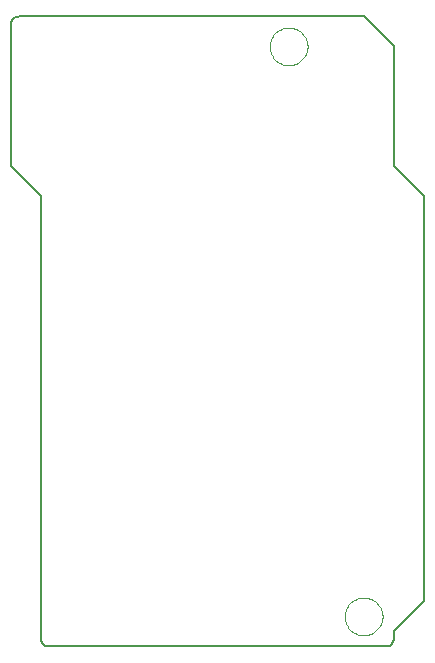
<source format=gko>
G75*
G70*
%OFA0B0*%
%FSLAX24Y24*%
%IPPOS*%
%LPD*%
%AMOC8*
5,1,8,0,0,1.08239X$1,22.5*
%
%ADD10C,0.0050*%
%ADD11C,0.0000*%
D10*
X001750Y000750D02*
X001750Y015500D01*
X000750Y016500D01*
X000750Y021250D01*
X000752Y021280D01*
X000757Y021310D01*
X000766Y021339D01*
X000779Y021366D01*
X000794Y021392D01*
X000813Y021416D01*
X000834Y021437D01*
X000858Y021456D01*
X000884Y021471D01*
X000911Y021484D01*
X000940Y021493D01*
X000970Y021498D01*
X001000Y021500D01*
X012500Y021500D01*
X013500Y020500D01*
X013500Y016500D01*
X014500Y015500D01*
X014500Y002000D01*
X013500Y001000D01*
X013500Y000750D01*
X013498Y000720D01*
X013493Y000690D01*
X013484Y000661D01*
X013471Y000634D01*
X013456Y000608D01*
X013437Y000584D01*
X013416Y000563D01*
X013392Y000544D01*
X013366Y000529D01*
X013339Y000516D01*
X013310Y000507D01*
X013280Y000502D01*
X013250Y000500D01*
X002000Y000500D01*
X001970Y000502D01*
X001940Y000507D01*
X001911Y000516D01*
X001884Y000529D01*
X001858Y000544D01*
X001834Y000563D01*
X001813Y000584D01*
X001794Y000608D01*
X001779Y000634D01*
X001766Y000661D01*
X001757Y000690D01*
X001752Y000720D01*
X001750Y000750D01*
D11*
X011870Y001500D02*
X011872Y001550D01*
X011878Y001600D01*
X011888Y001649D01*
X011902Y001697D01*
X011919Y001744D01*
X011940Y001789D01*
X011965Y001833D01*
X011993Y001874D01*
X012025Y001913D01*
X012059Y001950D01*
X012096Y001984D01*
X012136Y002014D01*
X012178Y002041D01*
X012222Y002065D01*
X012268Y002086D01*
X012315Y002102D01*
X012363Y002115D01*
X012413Y002124D01*
X012462Y002129D01*
X012513Y002130D01*
X012563Y002127D01*
X012612Y002120D01*
X012661Y002109D01*
X012709Y002094D01*
X012755Y002076D01*
X012800Y002054D01*
X012843Y002028D01*
X012884Y001999D01*
X012923Y001967D01*
X012959Y001932D01*
X012991Y001894D01*
X013021Y001854D01*
X013048Y001811D01*
X013071Y001767D01*
X013090Y001721D01*
X013106Y001673D01*
X013118Y001624D01*
X013126Y001575D01*
X013130Y001525D01*
X013130Y001475D01*
X013126Y001425D01*
X013118Y001376D01*
X013106Y001327D01*
X013090Y001279D01*
X013071Y001233D01*
X013048Y001189D01*
X013021Y001146D01*
X012991Y001106D01*
X012959Y001068D01*
X012923Y001033D01*
X012884Y001001D01*
X012843Y000972D01*
X012800Y000946D01*
X012755Y000924D01*
X012709Y000906D01*
X012661Y000891D01*
X012612Y000880D01*
X012563Y000873D01*
X012513Y000870D01*
X012462Y000871D01*
X012413Y000876D01*
X012363Y000885D01*
X012315Y000898D01*
X012268Y000914D01*
X012222Y000935D01*
X012178Y000959D01*
X012136Y000986D01*
X012096Y001016D01*
X012059Y001050D01*
X012025Y001087D01*
X011993Y001126D01*
X011965Y001167D01*
X011940Y001211D01*
X011919Y001256D01*
X011902Y001303D01*
X011888Y001351D01*
X011878Y001400D01*
X011872Y001450D01*
X011870Y001500D01*
X009370Y020500D02*
X009372Y020550D01*
X009378Y020600D01*
X009388Y020649D01*
X009402Y020697D01*
X009419Y020744D01*
X009440Y020789D01*
X009465Y020833D01*
X009493Y020874D01*
X009525Y020913D01*
X009559Y020950D01*
X009596Y020984D01*
X009636Y021014D01*
X009678Y021041D01*
X009722Y021065D01*
X009768Y021086D01*
X009815Y021102D01*
X009863Y021115D01*
X009913Y021124D01*
X009962Y021129D01*
X010013Y021130D01*
X010063Y021127D01*
X010112Y021120D01*
X010161Y021109D01*
X010209Y021094D01*
X010255Y021076D01*
X010300Y021054D01*
X010343Y021028D01*
X010384Y020999D01*
X010423Y020967D01*
X010459Y020932D01*
X010491Y020894D01*
X010521Y020854D01*
X010548Y020811D01*
X010571Y020767D01*
X010590Y020721D01*
X010606Y020673D01*
X010618Y020624D01*
X010626Y020575D01*
X010630Y020525D01*
X010630Y020475D01*
X010626Y020425D01*
X010618Y020376D01*
X010606Y020327D01*
X010590Y020279D01*
X010571Y020233D01*
X010548Y020189D01*
X010521Y020146D01*
X010491Y020106D01*
X010459Y020068D01*
X010423Y020033D01*
X010384Y020001D01*
X010343Y019972D01*
X010300Y019946D01*
X010255Y019924D01*
X010209Y019906D01*
X010161Y019891D01*
X010112Y019880D01*
X010063Y019873D01*
X010013Y019870D01*
X009962Y019871D01*
X009913Y019876D01*
X009863Y019885D01*
X009815Y019898D01*
X009768Y019914D01*
X009722Y019935D01*
X009678Y019959D01*
X009636Y019986D01*
X009596Y020016D01*
X009559Y020050D01*
X009525Y020087D01*
X009493Y020126D01*
X009465Y020167D01*
X009440Y020211D01*
X009419Y020256D01*
X009402Y020303D01*
X009388Y020351D01*
X009378Y020400D01*
X009372Y020450D01*
X009370Y020500D01*
M02*

</source>
